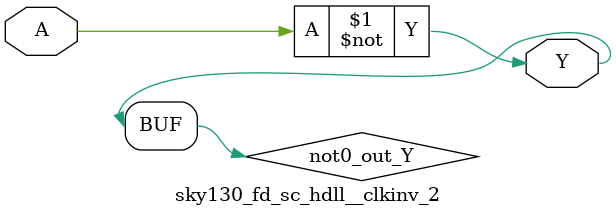
<source format=v>
/*
 * Copyright 2020 The SkyWater PDK Authors
 *
 * Licensed under the Apache License, Version 2.0 (the "License");
 * you may not use this file except in compliance with the License.
 * You may obtain a copy of the License at
 *
 *     https://www.apache.org/licenses/LICENSE-2.0
 *
 * Unless required by applicable law or agreed to in writing, software
 * distributed under the License is distributed on an "AS IS" BASIS,
 * WITHOUT WARRANTIES OR CONDITIONS OF ANY KIND, either express or implied.
 * See the License for the specific language governing permissions and
 * limitations under the License.
 *
 * SPDX-License-Identifier: Apache-2.0
*/


`ifndef SKY130_FD_SC_HDLL__CLKINV_2_FUNCTIONAL_V
`define SKY130_FD_SC_HDLL__CLKINV_2_FUNCTIONAL_V

/**
 * clkinv: Clock tree inverter.
 *
 * Verilog simulation functional model.
 */

`timescale 1ns / 1ps
`default_nettype none

`celldefine
module sky130_fd_sc_hdll__clkinv_2 (
    Y,
    A
);

    // Module ports
    output Y;
    input  A;

    // Local signals
    wire not0_out_Y;

    //  Name  Output      Other arguments
    not not0 (not0_out_Y, A              );
    buf buf0 (Y         , not0_out_Y     );

endmodule
`endcelldefine

`default_nettype wire
`endif  // SKY130_FD_SC_HDLL__CLKINV_2_FUNCTIONAL_V

</source>
